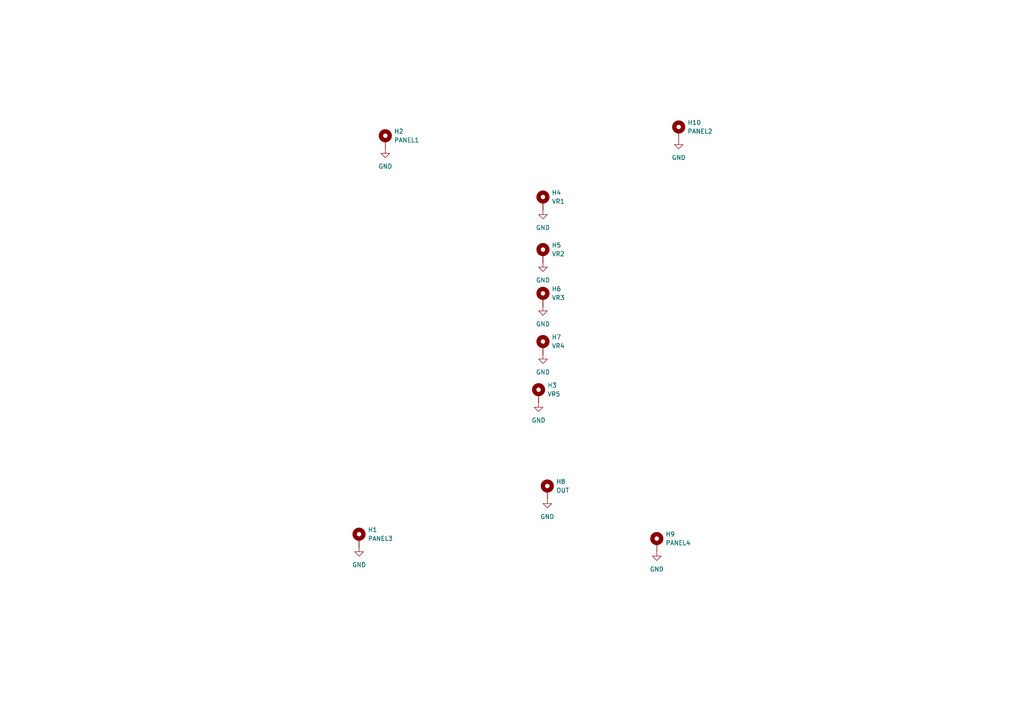
<source format=kicad_sch>
(kicad_sch (version 20211123) (generator eeschema)
  (paper "A4")
  (lib_symbols
    (symbol "Mechanical:MountingHole_Pad" (pin_numbers hide) (pin_names (offset 1.016) hide)
      (property "Reference" "H" (at 0 6.35 0))
      (property "Value" "MountingHole_Pad" (at 0 4.445 0))
      (symbol "MountingHole_Pad_0_1"
        (circle (center 0 1.27) (radius 1.27) (stroke (width 1.27)))
      )
      (symbol "MountingHole_Pad_1_1"
        (pin input line (at 0 -2.54 90) (length 2.54) (name "1") (number "1"))
      )
    )
    (symbol "power:GND" (power) (pin_names (offset 0))
      (property "Value" "GND" (at 0 -3.81 0))
      (symbol "GND_0_1"
        (polyline (pts (xy 0 0) (xy 0 -1.27) (xy 1.27 -1.27) (xy 0 -2.54) (xy -1.27 -1.27) (xy 0 -1.27)))
      )
      (symbol "GND_1_1"
        (pin power_in line (at 0 0 270) (length 0) hide (name "GND") (number "1"))
      )
    )
  )
  (symbol (lib_id "power:GND") (at 158.75 144.78 0) (unit 1)
    (property "Reference" "#PWR08" (effects hide))
    (property "Value" "GND" (at 158.75 149.86 0))
  )
  (symbol (lib_id "power:GND") (at 157.48 60.96 0) (unit 1)
    (property "Reference" "#PWR04" (effects hide))
    (property "Value" "GND" (at 157.48 66.04 0))
  )
  (symbol (lib_id "Mechanical:MountingHole_Pad") (at 157.48 100.33 0) (unit 1)
    (property "Reference" "H7" (at 160.02 97.7899 0) (effects (justify left)))
    (property "Value" "VR4" (at 160.02 100.3299 0) (effects (justify left)))
    (property "Footprint" "Kosmo_panel:Kosmo_Pot_Hole" (effects hide))
  )
  (symbol (lib_id "Mechanical:MountingHole_Pad") (at 157.48 73.66 0) (unit 1)
    (property "Reference" "H5" (at 160.02 71.1199 0) (effects (justify left)))
    (property "Value" "VR2" (at 160.02 73.6599 0) (effects (justify left)))
    (property "Footprint" "Kosmo_panel:Kosmo_Pot_Hole" (effects hide))
  )
  (symbol (lib_id "power:GND") (at 157.48 102.87 0) (unit 1)
    (property "Reference" "#PWR07" (effects hide))
    (property "Value" "GND" (at 157.48 107.95 0))
  )
  (symbol (lib_id "Mechanical:MountingHole_Pad") (at 157.48 86.36 0) (unit 1)
    (property "Reference" "H6" (at 160.02 83.8199 0) (effects (justify left)))
    (property "Value" "VR3" (at 160.02 86.3599 0) (effects (justify left)))
    (property "Footprint" "Kosmo_panel:Kosmo_Pot_Hole" (effects hide))
  )
  (symbol (lib_id "Mechanical:MountingHole_Pad") (at 104.14 156.21 0) (unit 1)
    (property "Reference" "H1" (at 106.68 153.6699 0) (effects (justify left)))
    (property "Value" "PANEL3" (at 106.68 156.2099 0) (effects (justify left)))
    (property "Footprint" "Kosmo_panel:Kosmo_Panel_Mounting_Hole" (effects hide))
  )
  (symbol (lib_id "power:GND") (at 190.5 160.02 0) (unit 1)
    (property "Reference" "#PWR09" (effects hide))
    (property "Value" "GND" (at 190.5 165.1 0))
  )
  (symbol (lib_id "Mechanical:MountingHole_Pad") (at 190.5 157.48 0) (unit 1)
    (property "Reference" "H9" (at 193.04 154.9399 0) (effects (justify left)))
    (property "Value" "PANEL4" (at 193.04 157.4799 0) (effects (justify left)))
    (property "Footprint" "Kosmo_panel:Kosmo_Panel_Mounting_Hole" (effects hide))
  )
  (symbol (lib_id "Mechanical:MountingHole_Pad") (at 156.21 114.3 0) (unit 1)
    (property "Reference" "H3" (at 158.75 111.7599 0) (effects (justify left)))
    (property "Value" "VR5" (at 158.75 114.2999 0) (effects (justify left)))
    (property "Footprint" "Kosmo_panel:Kosmo_Pot_Hole" (effects hide))
  )
  (symbol (lib_id "power:GND") (at 157.48 88.9 0) (unit 1)
    (property "Reference" "#PWR06" (effects hide))
    (property "Value" "GND" (at 157.48 93.98 0))
  )
  (symbol (lib_id "Mechanical:MountingHole_Pad") (at 157.48 58.42 0) (unit 1)
    (property "Reference" "H4" (at 160.02 55.8799 0) (effects (justify left)))
    (property "Value" "VR1" (at 160.02 58.4199 0) (effects (justify left)))
    (property "Footprint" "Kosmo_panel:Kosmo_Pot_Hole" (effects hide))
  )
  (symbol (lib_id "Mechanical:MountingHole_Pad") (at 158.75 142.24 0) (unit 1)
    (property "Reference" "H8" (at 161.29 139.6999 0) (effects (justify left)))
    (property "Value" "OUT" (at 161.29 142.2399 0) (effects (justify left)))
    (property "Footprint" "Kosmo_panel:Kosmo_Jack_Hole" (effects hide))
  )
  (symbol (lib_id "Mechanical:MountingHole_Pad") (at 111.76 40.64 0) (unit 1)
    (property "Reference" "H2" (at 114.3 38.0999 0) (effects (justify left)))
    (property "Value" "PANEL1" (at 114.3 40.6399 0) (effects (justify left)))
    (property "Footprint" "Kosmo_panel:Kosmo_Panel_Mounting_Hole" (effects hide))
  )
  (symbol (lib_id "power:GND") (at 156.21 116.84 0) (unit 1)
    (property "Reference" "#PWR03" (effects hide))
    (property "Value" "GND" (at 156.21 121.92 0))
  )
  (symbol (lib_id "Mechanical:MountingHole_Pad") (at 196.85 38.1 0) (unit 1)
    (property "Reference" "H10" (at 199.39 35.5599 0) (effects (justify left)))
    (property "Value" "PANEL2" (at 199.39 38.0999 0) (effects (justify left)))
    (property "Footprint" "Kosmo_panel:Kosmo_Panel_Mounting_Hole" (effects hide))
  )
  (symbol (lib_id "power:GND") (at 111.76 43.18 0) (unit 1)
    (property "Reference" "#PWR0101" (effects hide))
    (property "Value" "GND" (at 111.76 48.26 0))
  )
  (symbol (lib_id "power:GND") (at 196.85 40.64 0) (unit 1)
    (property "Reference" "#PWR010" (effects hide))
    (property "Value" "GND" (at 196.85 45.72 0))
  )
  (symbol (lib_id "power:GND") (at 157.48 76.2 0) (unit 1)
    (property "Reference" "#PWR05" (effects hide))
    (property "Value" "GND" (at 157.48 81.28 0))
  )
  (symbol (lib_id "power:GND") (at 104.14 158.75 0) (unit 1)
    (property "Reference" "#PWR01" (effects hide))
    (property "Value" "GND" (at 104.14 163.83 0))
  )
)
</source>
